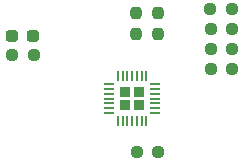
<source format=gbr>
%TF.GenerationSoftware,KiCad,Pcbnew,(6.0.10)*%
%TF.CreationDate,2023-01-31T16:55:14+01:00*%
%TF.ProjectId,LTP-305_dev_board,4c54502d-3330-4355-9f64-65765f626f61,rev?*%
%TF.SameCoordinates,Original*%
%TF.FileFunction,Paste,Top*%
%TF.FilePolarity,Positive*%
%FSLAX46Y46*%
G04 Gerber Fmt 4.6, Leading zero omitted, Abs format (unit mm)*
G04 Created by KiCad (PCBNEW (6.0.10)) date 2023-01-31 16:55:14*
%MOMM*%
%LPD*%
G01*
G04 APERTURE LIST*
G04 Aperture macros list*
%AMRoundRect*
0 Rectangle with rounded corners*
0 $1 Rounding radius*
0 $2 $3 $4 $5 $6 $7 $8 $9 X,Y pos of 4 corners*
0 Add a 4 corners polygon primitive as box body*
4,1,4,$2,$3,$4,$5,$6,$7,$8,$9,$2,$3,0*
0 Add four circle primitives for the rounded corners*
1,1,$1+$1,$2,$3*
1,1,$1+$1,$4,$5*
1,1,$1+$1,$6,$7*
1,1,$1+$1,$8,$9*
0 Add four rect primitives between the rounded corners*
20,1,$1+$1,$2,$3,$4,$5,0*
20,1,$1+$1,$4,$5,$6,$7,0*
20,1,$1+$1,$6,$7,$8,$9,0*
20,1,$1+$1,$8,$9,$2,$3,0*%
G04 Aperture macros list end*
%ADD10RoundRect,0.237500X0.250000X0.237500X-0.250000X0.237500X-0.250000X-0.237500X0.250000X-0.237500X0*%
%ADD11RoundRect,0.237500X-0.250000X-0.237500X0.250000X-0.237500X0.250000X0.237500X-0.250000X0.237500X0*%
%ADD12RoundRect,0.237500X0.237500X-0.250000X0.237500X0.250000X-0.237500X0.250000X-0.237500X-0.250000X0*%
%ADD13RoundRect,0.232500X0.232500X-0.232500X0.232500X0.232500X-0.232500X0.232500X-0.232500X-0.232500X0*%
%ADD14RoundRect,0.050000X0.050000X-0.362500X0.050000X0.362500X-0.050000X0.362500X-0.050000X-0.362500X0*%
%ADD15RoundRect,0.050000X0.362500X-0.050000X0.362500X0.050000X-0.362500X0.050000X-0.362500X-0.050000X0*%
%ADD16RoundRect,0.237500X0.287500X0.237500X-0.287500X0.237500X-0.287500X-0.237500X0.287500X-0.237500X0*%
G04 APERTURE END LIST*
D10*
%TO.C,R4*%
X157376500Y-60071000D03*
X155551500Y-60071000D03*
%TD*%
%TO.C,R6*%
X140555000Y-58928000D03*
X138730000Y-58928000D03*
%TD*%
%TO.C,R2*%
X157376500Y-56706000D03*
X155551500Y-56706000D03*
%TD*%
%TO.C,R3*%
X157376500Y-58388500D03*
X155551500Y-58388500D03*
%TD*%
D11*
%TO.C,R1*%
X155531500Y-54991000D03*
X157356500Y-54991000D03*
%TD*%
D12*
%TO.C,C1*%
X149225000Y-57150000D03*
X149225000Y-55325000D03*
%TD*%
%TO.C,C2*%
X151130000Y-57150000D03*
X151130000Y-55325000D03*
%TD*%
D13*
%TO.C,U1*%
X148325000Y-61995000D03*
X149475000Y-63145000D03*
X149475000Y-61995000D03*
X148325000Y-63145000D03*
D14*
X147700000Y-64507500D03*
X148100000Y-64507500D03*
X148500000Y-64507500D03*
X148900000Y-64507500D03*
X149300000Y-64507500D03*
X149700000Y-64507500D03*
X150100000Y-64507500D03*
D15*
X150837500Y-63770000D03*
X150837500Y-63370000D03*
X150837500Y-62970000D03*
X150837500Y-62570000D03*
X150837500Y-62170000D03*
X150837500Y-61770000D03*
X150837500Y-61370000D03*
D14*
X150100000Y-60632500D03*
X149700000Y-60632500D03*
X149300000Y-60632500D03*
X148900000Y-60632500D03*
X148500000Y-60632500D03*
X148100000Y-60632500D03*
X147700000Y-60632500D03*
D15*
X146962500Y-61370000D03*
X146962500Y-61770000D03*
X146962500Y-62170000D03*
X146962500Y-62570000D03*
X146962500Y-62970000D03*
X146962500Y-63370000D03*
X146962500Y-63770000D03*
%TD*%
D11*
%TO.C,R5*%
X149300000Y-67060000D03*
X151125000Y-67060000D03*
%TD*%
D16*
%TO.C,D1*%
X140480000Y-57277000D03*
X138730000Y-57277000D03*
%TD*%
M02*

</source>
